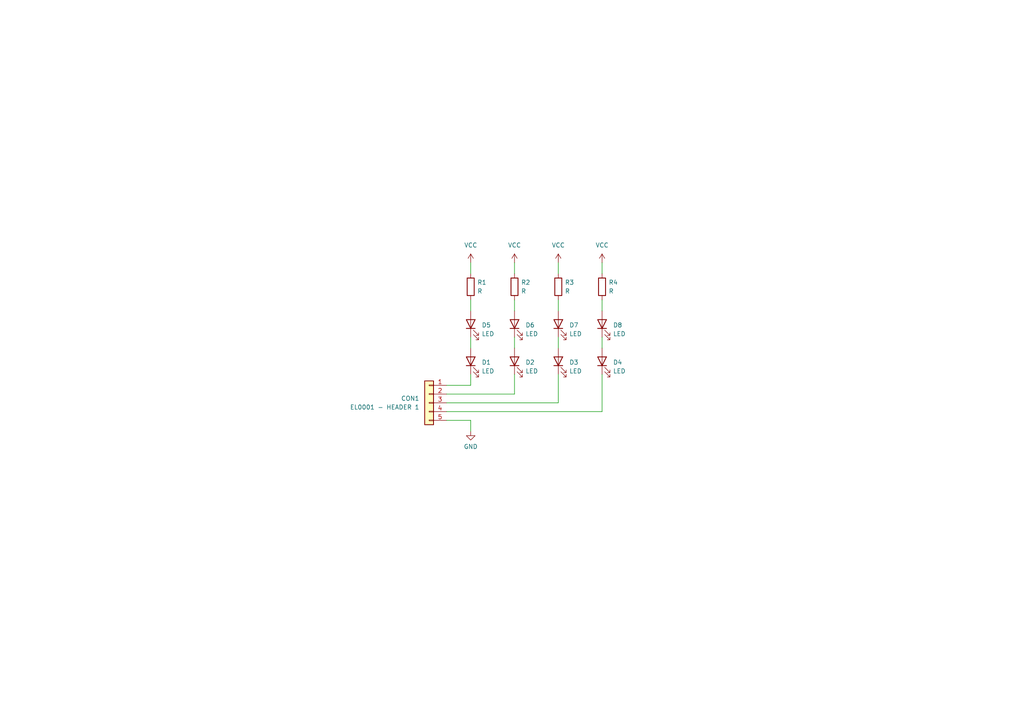
<source format=kicad_sch>
(kicad_sch (version 20231120) (generator "eeschema") (generator_version "8.0")
  (paper "A4")
  (lib_symbols
    (symbol "Connector_Generic:Conn_01x05" (pin_names (offset 1.016) hide)
      (property "Reference" "J" (at 0 7.62 0))
      (property "Value" "Conn_01x05" (at 0 -7.62 0))
      (symbol "Conn_01x05_1_1"
        (rectangle (start -1.27 -4.953) (end 0 -5.207) (stroke (width 0.1524)))
        (rectangle (start -1.27 -2.413) (end 0 -2.667) (stroke (width 0.1524)))
        (rectangle (start -1.27 0.127) (end 0 -0.127) (stroke (width 0.1524)))
        (rectangle (start -1.27 2.667) (end 0 2.413) (stroke (width 0.1524)))
        (rectangle (start -1.27 5.207) (end 0 4.953) (stroke (width 0.1524)))
        (rectangle (start -1.27 6.35) (end 1.27 -6.35) (stroke (width 0.254)) (fill (type background)))
        (pin passive line (at -5.08 5.08 0) (length 3.81) (name "Pin_1") (number "1"))
        (pin passive line (at -5.08 2.54 0) (length 3.81) (name "Pin_2") (number "2"))
        (pin passive line (at -5.08 0 0) (length 3.81) (name "Pin_3") (number "3"))
        (pin passive line (at -5.08 -2.54 0) (length 3.81) (name "Pin_4") (number "4"))
        (pin passive line (at -5.08 -5.08 0) (length 3.81) (name "Pin_5") (number "5"))
      )
    )
    (symbol "Device:LED" (pin_numbers hide) (pin_names (offset 1.016) hide)
      (property "Reference" "D" (at 0 2.54 0))
      (property "Value" "LED" (at 0 -2.54 0))
      (symbol "LED_0_1"
        (polyline (pts (xy -1.27 -1.27) (xy -1.27 1.27)) (stroke (width 0.254)))
        (polyline (pts (xy -1.27 0) (xy 1.27 0)))
        (polyline (pts (xy 1.27 -1.27) (xy 1.27 1.27) (xy -1.27 0) (xy 1.27 -1.27)) (stroke (width 0.254)))
        (polyline (pts (xy -3.048 -0.762) (xy -4.572 -2.286) (xy -3.81 -2.286) (xy -4.572 -2.286) (xy -4.572 -1.524)))
        (polyline (pts (xy -1.778 -0.762) (xy -3.302 -2.286) (xy -2.54 -2.286) (xy -3.302 -2.286) (xy -3.302 -1.524)))
      )
      (symbol "LED_1_1"
        (pin passive line (at -3.81 0 0) (length 2.54) (name "K") (number "1"))
        (pin passive line (at 3.81 0 180) (length 2.54) (name "A") (number "2"))
      )
    )
    (symbol "Device:R" (pin_numbers hide) (pin_names (offset 0))
      (property "Reference" "R" (at 2.032 0 90))
      (property "Value" "R" (at 0 0 90))
      (symbol "R_0_1"
        (rectangle (start -1.016 -2.54) (end 1.016 2.54) (stroke (width 0.254)))
      )
      (symbol "R_1_1"
        (pin passive line (at 0 3.81 270) (length 1.27) (name "~") (number "1"))
        (pin passive line (at 0 -3.81 90) (length 1.27) (name "~") (number "2"))
      )
    )
    (symbol "power:GND" (power) (pin_names (offset 0))
      (property "Value" "GND" (at 0 -3.81 0))
      (symbol "GND_0_1"
        (polyline (pts (xy 0 0) (xy 0 -1.27) (xy 1.27 -1.27) (xy 0 -2.54) (xy -1.27 -1.27) (xy 0 -1.27)))
      )
      (symbol "GND_1_1"
        (pin power_in line (at 0 0 270) (length 0) hide (name "GND") (number "1"))
      )
    )
    (symbol "power:VCC" (power) (pin_names (offset 0))
      (property "Value" "VCC" (at 0 3.81 0))
      (symbol "VCC_0_1"
        (polyline (pts (xy -0.762 1.27) (xy 0 2.54)))
        (polyline (pts (xy 0 0) (xy 0 2.54)))
        (polyline (pts (xy 0 2.54) (xy 0.762 1.27)))
      )
      (symbol "VCC_1_1"
        (pin power_in line (at 0 0 90) (length 0) hide (name "VCC") (number "1"))
      )
    )
  )
  (wire (pts (xy 161.925 97.79) (xy 161.925 100.965)))
  (wire (pts (xy 129.54 111.76) (xy 136.525 111.76)))
  (wire (pts (xy 174.625 76.2) (xy 174.625 79.375)))
  (wire (pts (xy 174.625 97.79) (xy 174.625 100.965)))
  (wire (pts (xy 149.225 86.995) (xy 149.225 90.17)))
  (wire (pts (xy 136.525 76.2) (xy 136.525 79.375)))
  (wire (pts (xy 161.925 76.2) (xy 161.925 79.375)))
  (wire (pts (xy 161.925 86.995) (xy 161.925 90.17)))
  (wire (pts (xy 136.525 111.76) (xy 136.525 108.585)))
  (wire (pts (xy 129.54 121.92) (xy 136.525 121.92)))
  (wire (pts (xy 174.625 108.585) (xy 174.625 119.38)))
  (wire (pts (xy 161.925 116.84) (xy 161.925 108.585)))
  (wire (pts (xy 136.525 121.92) (xy 136.525 125.095)))
  (wire (pts (xy 149.225 76.2) (xy 149.225 79.375)))
  (wire (pts (xy 149.225 114.3) (xy 149.225 108.585)))
  (wire (pts (xy 136.525 97.79) (xy 136.525 100.965)))
  (wire (pts (xy 174.625 86.995) (xy 174.625 90.17)))
  (wire (pts (xy 136.525 86.995) (xy 136.525 90.17)))
  (wire (pts (xy 129.54 116.84) (xy 161.925 116.84)))
  (wire (pts (xy 149.225 97.79) (xy 149.225 100.965)))
  (wire (pts (xy 129.54 119.38) (xy 174.625 119.38)))
  (wire (pts (xy 129.54 114.3) (xy 149.225 114.3)))
  (symbol (lib_id "Device:LED") (at 149.225 93.98 90) (unit 1)
    (property "Reference" "D6" (at 152.4 94.2975 90) (effects (justify right)))
    (property "Value" "LED" (at 152.4 96.8375 90) (effects (justify right)))
  )
  (symbol (lib_id "power:VCC") (at 136.525 76.2 0) (unit 1)
    (property "Reference" "#PWR07" (effects (hide yes)))
    (property "Value" "VCC" (at 136.525 71.12 0))
  )
  (symbol (lib_id "power:GND") (at 136.525 125.095 0) (unit 1)
    (property "Reference" "#PWR011" (effects (hide yes)))
    (property "Value" "GND" (at 136.525 129.54 0))
  )
  (symbol (lib_id "power:VCC") (at 149.225 76.2 0) (unit 1)
    (property "Reference" "#PWR08" (effects (hide yes)))
    (property "Value" "VCC" (at 149.225 71.12 0))
  )
  (symbol (lib_id "Device:LED") (at 174.625 104.775 90) (unit 1)
    (property "Reference" "D4" (at 177.8 105.0925 90) (effects (justify right)))
    (property "Value" "LED" (at 177.8 107.6325 90) (effects (justify right)))
  )
  (symbol (lib_id "Device:R") (at 136.525 83.185 0) (unit 1)
    (property "Reference" "R1" (at 138.43 81.915 0) (effects (justify left)))
    (property "Value" "R" (at 138.43 84.455 0) (effects (justify left)))
  )
  (symbol (lib_id "Device:LED") (at 149.225 104.775 90) (unit 1)
    (property "Reference" "D2" (at 152.4 105.0925 90) (effects (justify right)))
    (property "Value" "LED" (at 152.4 107.6325 90) (effects (justify right)))
  )
  (symbol (lib_id "Device:LED") (at 161.925 93.98 90) (unit 1)
    (property "Reference" "D7" (at 165.1 94.2975 90) (effects (justify right)))
    (property "Value" "LED" (at 165.1 96.8375 90) (effects (justify right)))
  )
  (symbol (lib_id "Device:R") (at 149.225 83.185 0) (unit 1)
    (property "Reference" "R2" (at 151.13 81.915 0) (effects (justify left)))
    (property "Value" "R" (at 151.13 84.455 0) (effects (justify left)))
  )
  (symbol (lib_id "power:VCC") (at 174.625 76.2 0) (unit 1)
    (property "Reference" "#PWR010" (effects (hide yes)))
    (property "Value" "VCC" (at 174.625 71.12 0))
  )
  (symbol (lib_id "Device:LED") (at 136.525 104.775 90) (unit 1)
    (property "Reference" "D1" (at 139.7 105.0925 90) (effects (justify right)))
    (property "Value" "LED" (at 139.7 107.6325 90) (effects (justify right)))
  )
  (symbol (lib_id "Device:LED") (at 161.925 104.775 90) (unit 1)
    (property "Reference" "D3" (at 165.1 105.0925 90) (effects (justify right)))
    (property "Value" "LED" (at 165.1 107.6325 90) (effects (justify right)))
  )
  (symbol (lib_id "Device:LED") (at 174.625 93.98 90) (unit 1)
    (property "Reference" "D8" (at 177.8 94.2975 90) (effects (justify right)))
    (property "Value" "LED" (at 177.8 96.8375 90) (effects (justify right)))
  )
  (symbol (lib_id "Device:LED") (at 136.525 93.98 90) (unit 1)
    (property "Reference" "D5" (at 139.7 94.2975 90) (effects (justify right)))
    (property "Value" "LED" (at 139.7 96.8375 90) (effects (justify right)))
  )
  (symbol (lib_id "Device:R") (at 174.625 83.185 0) (unit 1)
    (property "Reference" "R4" (at 176.53 81.915 0) (effects (justify left)))
    (property "Value" "R" (at 176.53 84.455 0) (effects (justify left)))
  )
  (symbol (lib_id "Device:R") (at 161.925 83.185 0) (unit 1)
    (property "Reference" "R3" (at 163.83 81.915 0) (effects (justify left)))
    (property "Value" "R" (at 163.83 84.455 0) (effects (justify left)))
  )
  (symbol (lib_id "Connector_Generic:Conn_01x05") (at 124.46 116.84 0) (mirror y) (unit 1)
    (property "Reference" "CON1" (at 121.666 115.5699 0) (effects (justify left)))
    (property "Value" "EL0001 - HEADER 1" (at 121.666 118.1099 0) (effects (justify left)))
    (property "Footprint" "Connector_PinHeader_2.54mm:PinHeader_1x05_P2.54mm_Vertical" (effects (hide yes)))
    (instances (project "sample-driver-interface" (path "" (reference "CON1") (unit 1))) (project "24-ch-relay-driver-kicad" (path "" (reference "J301") (unit 1))))
  )
  (symbol (lib_id "power:VCC") (at 161.925 76.2 0) (unit 1)
    (property "Reference" "#PWR09" (effects (hide yes)))
    (property "Value" "VCC" (at 161.925 71.12 0))
  )
)
</source>
